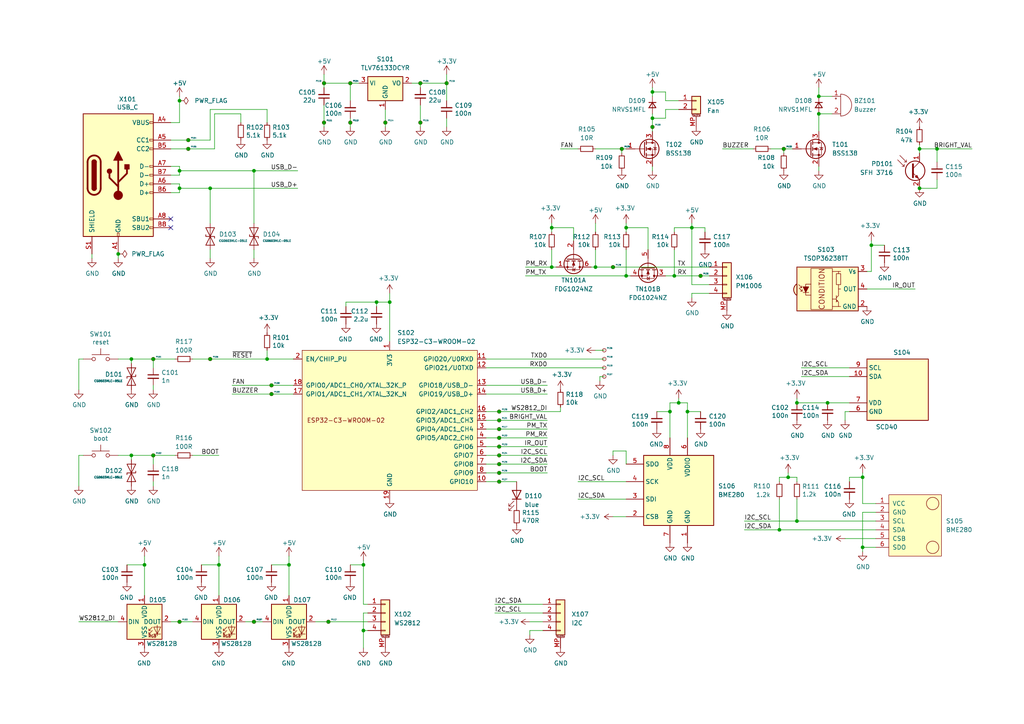
<source format=kicad_sch>
(kicad_sch (version 20230121) (generator eeschema)
  (paper "A4")
  (title_block (date "2024-01-13"))
  (junction (at 54.61 40.64))
  (junction (at 38.1 104.14))
  (junction (at 203.2 80.01))
  (junction (at 250.19 138.43))
  (junction (at 52.07 49.53))
  (junction (at 144.78 129.54))
  (junction (at 189.23 34.29))
  (junction (at 226.06 153.67))
  (junction (at 144.78 137.16))
  (junction (at 181.61 66.04))
  (junction (at 73.66 180.34))
  (junction (at 52.07 180.34))
  (junction (at 52.07 29.21))
  (junction (at 38.1 132.08))
  (junction (at 240.03 116.84))
  (junction (at 121.92 24.13))
  (junction (at 144.78 132.08))
  (junction (at 77.47 104.14))
  (junction (at 271.78 43.18))
  (junction (at 177.8 77.47))
  (junction (at 160.02 77.47))
  (junction (at 54.61 43.18))
  (junction (at 181.61 80.01))
  (junction (at 231.14 151.13))
  (junction (at 101.6 35.56))
  (junction (at 78.74 114.3))
  (junction (at 231.14 116.84))
  (junction (at 200.66 66.04))
  (junction (at 196.85 116.84))
  (junction (at 195.58 80.01))
  (junction (at 105.41 163.83))
  (junction (at 144.78 119.38))
  (junction (at 101.6 24.13))
  (junction (at 83.82 163.83))
  (junction (at 44.45 132.08))
  (junction (at 105.41 182.88))
  (junction (at 129.54 24.13))
  (junction (at 44.45 104.14))
  (junction (at 199.39 119.38))
  (junction (at 60.96 54.61))
  (junction (at 34.29 73.66))
  (junction (at 194.31 119.38))
  (junction (at 113.03 87.63))
  (junction (at 172.72 77.47))
  (junction (at 160.02 66.04))
  (junction (at 250.19 158.75))
  (junction (at 180.34 43.18))
  (junction (at 63.5 163.83))
  (junction (at 266.7 43.18))
  (junction (at 227.33 43.18))
  (junction (at 252.73 71.12))
  (junction (at 109.22 87.63))
  (junction (at 237.49 27.94))
  (junction (at 93.98 24.13))
  (junction (at 111.76 35.56))
  (junction (at 144.78 121.92))
  (junction (at 121.92 35.56))
  (junction (at 144.78 134.62))
  (junction (at 78.74 111.76))
  (junction (at 93.98 35.56))
  (junction (at 95.25 180.34))
  (junction (at 60.96 104.14))
  (junction (at 266.7 54.61))
  (junction (at 189.23 26.67))
  (junction (at 144.78 139.7))
  (junction (at 189.23 36.83))
  (junction (at 52.07 54.61))
  (junction (at 144.7726 124.46))
  (junction (at 228.6 138.43))
  (junction (at 41.91 163.83))
  (junction (at 144.78 127))
  (junction (at 73.66 49.53))
  (junction (at 237.49 33.02))
  (no_connect (at 49.53 66.04))
  (no_connect (at 49.53 63.5))
  (wire (pts (xy 22.86 180.34) (xy 34.29 180.34)))
  (wire (pts (xy 52.07 49.53) (xy 73.66 49.53)))
  (wire (pts (xy 180.34 43.18) (xy 180.34 44.45)))
  (wire (pts (xy 237.49 48.26) (xy 237.49 49.53)))
  (wire (pts (xy 140.97 132.08) (xy 144.78 132.08)))
  (wire (pts (xy 121.92 30.48) (xy 121.92 35.56)))
  (wire (pts (xy 187.96 66.04) (xy 187.96 72.39)))
  (wire (pts (xy 252.73 71.12) (xy 252.73 78.74)))
  (wire (pts (xy 52.07 50.8) (xy 52.07 49.53)))
  (wire (pts (xy 167.64 139.7) (xy 181.61 139.7)))
  (wire (pts (xy 172.72 101.6) (xy 175.26 101.6)))
  (wire (pts (xy 160.02 64.77) (xy 160.02 66.04)))
  (wire (pts (xy 140.97 111.76) (xy 158.75 111.76)))
  (wire (pts (xy 52.07 27.94) (xy 52.07 29.21)))
  (wire (pts (xy 251.46 78.74) (xy 252.73 78.74)))
  (wire (pts (xy 38.1 104.14) (xy 38.1 105.41)))
  (wire (pts (xy 49.53 35.56) (xy 52.07 35.56)))
  (wire (pts (xy 140.97 139.7) (xy 144.78 139.7)))
  (wire (pts (xy 226.06 138.43) (xy 226.06 139.7)))
  (wire (pts (xy 83.82 163.83) (xy 83.82 172.72)))
  (wire (pts (xy 22.86 104.14) (xy 22.86 113.03)))
  (wire (pts (xy 166.37 66.04) (xy 166.37 69.85)))
  (wire (pts (xy 153.67 180.34) (xy 157.48 180.34)))
  (wire (pts (xy 93.98 35.56) (xy 93.98 36.83)))
  (wire (pts (xy 101.6 34.29) (xy 101.6 35.56)))
  (wire (pts (xy 252.73 71.12) (xy 252.73 69.85)))
  (wire (pts (xy 111.76 35.56) (xy 111.76 36.83)))
  (wire (pts (xy 181.61 130.81) (xy 181.61 134.62)))
  (wire (pts (xy 44.45 104.14) (xy 44.45 106.68)))
  (wire (pts (xy 78.74 163.83) (xy 83.82 163.83)))
  (wire (pts (xy 38.1 104.14) (xy 44.45 104.14)))
  (wire (pts (xy 144.78 134.62) (xy 158.75 134.62)))
  (wire (pts (xy 140.97 106.68) (xy 175.26 106.68)))
  (wire (pts (xy 54.61 43.18) (xy 62.23 43.18)))
  (wire (pts (xy 77.47 104.14) (xy 85.09 104.14)))
  (wire (pts (xy 105.41 175.26) (xy 106.68 175.26)))
  (wire (pts (xy 181.61 64.77) (xy 181.61 66.04)))
  (wire (pts (xy 140.97 124.46) (xy 144.7726 124.46)))
  (wire (pts (xy 172.72 72.39) (xy 172.72 77.47)))
  (wire (pts (xy 171.45 77.47) (xy 172.72 77.47)))
  (wire (pts (xy 237.49 33.02) (xy 237.49 38.1)))
  (wire (pts (xy 60.96 54.61) (xy 86.36 54.61)))
  (wire (pts (xy 109.22 87.63) (xy 100.33 87.63)))
  (wire (pts (xy 100.33 87.63) (xy 100.33 88.9)))
  (wire (pts (xy 105.41 162.56) (xy 105.41 163.83)))
  (wire (pts (xy 193.04 34.29) (xy 189.23 34.29)))
  (wire (pts (xy 105.41 182.88) (xy 106.68 182.88)))
  (wire (pts (xy 177.8 149.86) (xy 181.61 149.86)))
  (wire (pts (xy 140.97 129.54) (xy 144.78 129.54)))
  (wire (pts (xy 250.19 148.59) (xy 250.19 158.75)))
  (wire (pts (xy 93.98 30.48) (xy 93.98 35.56)))
  (wire (pts (xy 172.72 77.47) (xy 177.8 77.47)))
  (wire (pts (xy 226.06 153.67) (xy 226.06 144.78)))
  (wire (pts (xy 266.7 43.18) (xy 266.7 44.45)))
  (wire (pts (xy 173.99 109.22) (xy 173.99 110.49)))
  (wire (pts (xy 223.52 43.18) (xy 227.33 43.18)))
  (wire (pts (xy 181.61 66.04) (xy 181.61 67.31)))
  (wire (pts (xy 205.74 85.09) (xy 200.66 85.09)))
  (wire (pts (xy 205.74 82.55) (xy 200.66 82.55)))
  (wire (pts (xy 195.58 80.01) (xy 203.2 80.01)))
  (wire (pts (xy 177.8 130.81) (xy 181.61 130.81)))
  (wire (pts (xy 196.85 116.84) (xy 199.39 116.84)))
  (wire (pts (xy 172.72 43.18) (xy 180.34 43.18)))
  (wire (pts (xy 231.14 151.13) (xy 231.14 144.78)))
  (wire (pts (xy 160.02 72.39) (xy 160.02 77.47)))
  (wire (pts (xy 228.6 137.16) (xy 228.6 138.43)))
  (wire (pts (xy 44.45 104.14) (xy 50.8 104.14)))
  (wire (pts (xy 153.67 182.88) (xy 157.48 182.88)))
  (wire (pts (xy 129.54 34.29) (xy 129.54 36.83)))
  (wire (pts (xy 237.49 25.4) (xy 237.49 27.94)))
  (wire (pts (xy 106.68 177.8) (xy 105.41 177.8)))
  (wire (pts (xy 237.49 33.02) (xy 241.3 33.02)))
  (wire (pts (xy 189.23 33.02) (xy 189.23 34.29)))
  (wire (pts (xy 245.11 156.21) (xy 254 156.21)))
  (wire (pts (xy 60.96 104.14) (xy 77.47 104.14)))
  (wire (pts (xy 245.11 119.38) (xy 245.11 121.92)))
  (wire (pts (xy 67.31 114.3) (xy 78.74 114.3)))
  (wire (pts (xy 195.58 72.39) (xy 195.58 80.01)))
  (wire (pts (xy 140.97 121.92) (xy 144.78 121.92)))
  (wire (pts (xy 121.92 35.56) (xy 121.92 36.83)))
  (wire (pts (xy 160.02 66.04) (xy 166.37 66.04)))
  (wire (pts (xy 232.41 109.22) (xy 246.38 109.22)))
  (wire (pts (xy 58.42 163.83) (xy 63.5 163.83)))
  (wire (pts (xy 180.34 43.18) (xy 181.61 43.18)))
  (wire (pts (xy 231.14 116.84) (xy 240.03 116.84)))
  (wire (pts (xy 78.74 114.3) (xy 85.09 114.3)))
  (wire (pts (xy 52.07 55.88) (xy 52.07 54.61)))
  (wire (pts (xy 69.85 33.02) (xy 69.85 35.56)))
  (wire (pts (xy 194.31 119.38) (xy 194.31 127)))
  (wire (pts (xy 250.19 158.75) (xy 254 158.75)))
  (wire (pts (xy 34.29 74.93) (xy 34.29 73.66)))
  (wire (pts (xy 181.61 80.01) (xy 182.88 80.01)))
  (wire (pts (xy 77.47 31.75) (xy 77.47 35.56)))
  (wire (pts (xy 144.78 119.38) (xy 162.56 119.38)))
  (wire (pts (xy 113.03 85.09) (xy 113.03 87.63)))
  (wire (pts (xy 227.33 43.18) (xy 227.33 44.45)))
  (wire (pts (xy 246.38 138.43) (xy 250.19 138.43)))
  (wire (pts (xy 77.47 101.6) (xy 77.47 104.14)))
  (wire (pts (xy 49.53 48.26) (xy 52.07 48.26)))
  (wire (pts (xy 119.38 24.13) (xy 121.92 24.13)))
  (wire (pts (xy 226.06 153.67) (xy 254 153.67)))
  (wire (pts (xy 60.96 31.75) (xy 77.47 31.75)))
  (wire (pts (xy 199.39 116.84) (xy 199.39 119.38)))
  (wire (pts (xy 175.26 109.22) (xy 173.99 109.22)))
  (wire (pts (xy 189.23 26.67) (xy 193.04 26.67)))
  (wire (pts (xy 194.31 116.84) (xy 196.85 116.84)))
  (wire (pts (xy 101.6 163.83) (xy 105.41 163.83)))
  (wire (pts (xy 113.03 87.63) (xy 113.03 99.06)))
  (wire (pts (xy 144.78 127) (xy 158.75 127)))
  (wire (pts (xy 177.8 77.47) (xy 205.74 77.47)))
  (wire (pts (xy 52.07 29.21) (xy 52.07 35.56)))
  (wire (pts (xy 228.6 138.43) (xy 226.06 138.43)))
  (wire (pts (xy 73.66 64.77) (xy 73.66 49.53)))
  (wire (pts (xy 231.14 115.57) (xy 231.14 116.84)))
  (wire (pts (xy 93.98 24.13) (xy 101.6 24.13)))
  (wire (pts (xy 140.97 119.38) (xy 144.78 119.38)))
  (wire (pts (xy 144.78 139.7) (xy 149.86 139.7)))
  (wire (pts (xy 52.07 54.61) (xy 60.96 54.61)))
  (wire (pts (xy 231.14 151.13) (xy 215.9 151.13)))
  (wire (pts (xy 101.6 35.56) (xy 101.6 36.83)))
  (wire (pts (xy 49.53 43.18) (xy 54.61 43.18)))
  (wire (pts (xy 41.91 163.83) (xy 41.91 172.72)))
  (wire (pts (xy 204.47 67.31) (xy 204.47 66.04)))
  (wire (pts (xy 36.83 163.83) (xy 41.91 163.83)))
  (wire (pts (xy 121.92 24.13) (xy 129.54 24.13)))
  (wire (pts (xy 73.66 180.34) (xy 76.2 180.34)))
  (wire (pts (xy 177.8 132.08) (xy 177.8 130.81)))
  (wire (pts (xy 34.29 132.08) (xy 38.1 132.08)))
  (wire (pts (xy 195.58 67.31) (xy 195.58 66.04)))
  (wire (pts (xy 83.82 161.29) (xy 83.82 163.83)))
  (wire (pts (xy 140.97 134.62) (xy 144.78 134.62)))
  (wire (pts (xy 209.55 43.18) (xy 218.44 43.18)))
  (wire (pts (xy 111.76 31.75) (xy 111.76 35.56)))
  (wire (pts (xy 172.72 64.77) (xy 172.72 67.31)))
  (wire (pts (xy 196.85 29.21) (xy 193.04 29.21)))
  (wire (pts (xy 152.4 77.47) (xy 160.02 77.47)))
  (wire (pts (xy 200.66 66.04) (xy 204.47 66.04)))
  (wire (pts (xy 189.23 36.83) (xy 189.23 38.1)))
  (wire (pts (xy 193.04 29.21) (xy 193.04 26.67)))
  (wire (pts (xy 200.66 64.77) (xy 200.66 66.04)))
  (wire (pts (xy 71.12 180.34) (xy 73.66 180.34)))
  (wire (pts (xy 160.02 66.04) (xy 160.02 67.31)))
  (wire (pts (xy 196.85 115.57) (xy 196.85 116.84)))
  (wire (pts (xy 140.97 137.16) (xy 144.78 137.16)))
  (wire (pts (xy 143.51 177.8) (xy 157.48 177.8)))
  (wire (pts (xy 250.19 138.43) (xy 250.19 146.05)))
  (wire (pts (xy 73.66 49.53) (xy 86.36 49.53)))
  (wire (pts (xy 63.5 161.29) (xy 63.5 163.83)))
  (wire (pts (xy 250.19 158.75) (xy 250.19 160.02)))
  (wire (pts (xy 67.31 111.76) (xy 78.74 111.76)))
  (wire (pts (xy 231.14 138.43) (xy 231.14 139.7)))
  (wire (pts (xy 190.5 119.38) (xy 194.31 119.38)))
  (wire (pts (xy 194.31 116.84) (xy 194.31 119.38)))
  (wire (pts (xy 26.67 74.93) (xy 26.67 73.66)))
  (wire (pts (xy 129.54 21.59) (xy 129.54 24.13)))
  (wire (pts (xy 54.61 40.64) (xy 60.96 40.64)))
  (wire (pts (xy 195.58 66.04) (xy 200.66 66.04)))
  (wire (pts (xy 252.73 71.12) (xy 256.54 71.12)))
  (wire (pts (xy 203.2 80.01) (xy 205.74 80.01)))
  (wire (pts (xy 78.74 111.76) (xy 85.09 111.76)))
  (wire (pts (xy 121.92 24.13) (xy 121.92 25.4)))
  (wire (pts (xy 271.78 46.99) (xy 271.78 43.18)))
  (wire (pts (xy 240.03 116.84) (xy 246.38 116.84)))
  (wire (pts (xy 193.04 80.01) (xy 195.58 80.01)))
  (wire (pts (xy 101.6 24.13) (xy 104.14 24.13)))
  (wire (pts (xy 22.86 132.08) (xy 22.86 140.97)))
  (wire (pts (xy 44.45 132.08) (xy 44.45 134.62)))
  (wire (pts (xy 143.51 175.26) (xy 157.48 175.26)))
  (wire (pts (xy 228.6 138.43) (xy 231.14 138.43)))
  (wire (pts (xy 52.07 54.61) (xy 52.07 53.34)))
  (wire (pts (xy 144.7726 124.46) (xy 158.75 124.46)))
  (wire (pts (xy 73.66 74.93) (xy 73.66 72.39)))
  (wire (pts (xy 55.88 132.08) (xy 63.5 132.08)))
  (wire (pts (xy 266.7 54.61) (xy 271.78 54.61)))
  (wire (pts (xy 93.98 24.13) (xy 93.98 21.59)))
  (wire (pts (xy 152.4 80.01) (xy 181.61 80.01)))
  (wire (pts (xy 237.49 27.94) (xy 241.3 27.94)))
  (wire (pts (xy 250.19 137.16) (xy 250.19 138.43)))
  (wire (pts (xy 129.54 24.13) (xy 129.54 29.21)))
  (wire (pts (xy 105.41 177.8) (xy 105.41 182.88)))
  (wire (pts (xy 113.03 87.63) (xy 109.22 87.63)))
  (wire (pts (xy 144.78 132.08) (xy 158.75 132.08)))
  (wire (pts (xy 38.1 132.08) (xy 44.45 132.08)))
  (wire (pts (xy 140.97 104.14) (xy 175.26 104.14)))
  (wire (pts (xy 49.53 55.88) (xy 52.07 55.88)))
  (wire (pts (xy 105.41 163.83) (xy 105.41 175.26)))
  (wire (pts (xy 24.13 104.14) (xy 22.86 104.14)))
  (wire (pts (xy 232.41 106.68) (xy 246.38 106.68)))
  (wire (pts (xy 109.22 87.63) (xy 109.22 88.9)))
  (wire (pts (xy 203.2 119.38) (xy 199.39 119.38)))
  (wire (pts (xy 63.5 163.83) (xy 63.5 172.72)))
  (wire (pts (xy 189.23 49.53) (xy 189.23 48.26)))
  (wire (pts (xy 41.91 161.29) (xy 41.91 163.83)))
  (wire (pts (xy 254 148.59) (xy 250.19 148.59)))
  (wire (pts (xy 52.07 180.34) (xy 55.88 180.34)))
  (wire (pts (xy 160.02 77.47) (xy 161.29 77.47)))
  (wire (pts (xy 162.56 118.11) (xy 162.56 119.38)))
  (wire (pts (xy 101.6 24.13) (xy 101.6 29.21)))
  (wire (pts (xy 62.23 43.18) (xy 62.23 33.02)))
  (wire (pts (xy 227.33 43.18) (xy 229.87 43.18)))
  (wire (pts (xy 189.23 25.4) (xy 189.23 26.67)))
  (wire (pts (xy 49.53 40.64) (xy 54.61 40.64)))
  (wire (pts (xy 60.96 64.77) (xy 60.96 54.61)))
  (wire (pts (xy 144.78 137.16) (xy 158.75 137.16)))
  (wire (pts (xy 231.14 151.13) (xy 254 151.13)))
  (wire (pts (xy 55.88 104.14) (xy 60.96 104.14)))
  (wire (pts (xy 140.97 114.3) (xy 158.75 114.3)))
  (wire (pts (xy 144.78 129.54) (xy 158.75 129.54)))
  (wire (pts (xy 251.46 83.82) (xy 265.43 83.82)))
  (wire (pts (xy 38.1 132.08) (xy 38.1 133.35)))
  (wire (pts (xy 226.06 153.67) (xy 215.9 153.67)))
  (wire (pts (xy 181.61 66.04) (xy 187.96 66.04)))
  (wire (pts (xy 271.78 43.18) (xy 281.94 43.18)))
  (wire (pts (xy 24.13 132.08) (xy 22.86 132.08)))
  (wire (pts (xy 196.85 31.75) (xy 193.04 31.75)))
  (wire (pts (xy 199.39 119.38) (xy 199.39 127)))
  (wire (pts (xy 105.41 182.88) (xy 105.41 187.96)))
  (wire (pts (xy 153.67 182.88) (xy 153.67 184.15)))
  (wire (pts (xy 266.7 41.91) (xy 266.7 43.18)))
  (wire (pts (xy 49.53 180.34) (xy 52.07 180.34)))
  (wire (pts (xy 44.45 139.7) (xy 44.45 140.97)))
  (wire (pts (xy 266.7 43.18) (xy 271.78 43.18)))
  (wire (pts (xy 52.07 48.26) (xy 52.07 49.53)))
  (wire (pts (xy 34.29 104.14) (xy 38.1 104.14)))
  (wire (pts (xy 189.23 26.67) (xy 189.23 27.94)))
  (wire (pts (xy 93.98 24.13) (xy 93.98 25.4)))
  (wire (pts (xy 49.53 50.8) (xy 52.07 50.8)))
  (wire (pts (xy 246.38 139.7) (xy 246.38 138.43)))
  (wire (pts (xy 181.61 72.39) (xy 181.61 80.01)))
  (wire (pts (xy 189.23 34.29) (xy 189.23 36.83)))
  (wire (pts (xy 200.66 66.04) (xy 200.66 82.55)))
  (wire (pts (xy 49.53 53.34) (xy 52.07 53.34)))
  (wire (pts (xy 44.45 132.08) (xy 50.8 132.08)))
  (wire (pts (xy 193.04 31.75) (xy 193.04 34.29)))
  (wire (pts (xy 144.78 121.92) (xy 158.75 121.92)))
  (wire (pts (xy 62.23 33.02) (xy 69.85 33.02)))
  (wire (pts (xy 95.25 180.34) (xy 106.68 180.34)))
  (wire (pts (xy 246.38 119.38) (xy 245.11 119.38)))
  (wire (pts (xy 162.56 43.18) (xy 167.64 43.18)))
  (wire (pts (xy 271.78 54.61) (xy 271.78 52.07)))
  (wire (pts (xy 91.44 180.34) (xy 95.25 180.34)))
  (wire (pts (xy 60.96 40.64) (xy 60.96 31.75)))
  (wire (pts (xy 44.45 111.76) (xy 44.45 113.03)))
  (wire (pts (xy 167.64 144.78) (xy 181.61 144.78)))
  (wire (pts (xy 200.66 85.09) (xy 200.66 86.36)))
  (wire (pts (xy 140.97 127) (xy 144.78 127)))
  (wire (pts (xy 60.96 72.39) (xy 60.96 74.93)))
  (wire (pts (xy 250.19 146.05) (xy 254 146.05)))
  (label "FAN" (at 162.56 43.18 0))
  (label "~{RESET}" (at 67.31 104.14 0))
  (label "USB_D+" (at 158.75 114.3 180))
  (label "PM_RX" (at 158.75 127 180))
  (label "IR_OUT" (at 265.43 83.82 180))
  (label "FAN" (at 67.31 111.76 0))
  (label "WS2812_DI" (at 22.86 180.34 0))
  (label "BRIGHT_VAL" (at 281.94 43.18 180))
  (label "TX" (at 196.469 77.47 0))
  (label "RXD0" (at 158.75 106.68 180))
  (label "PM_RX" (at 152.4 77.47 0))
  (label "IR_OUT" (at 158.75 129.54 180))
  (label "I2C_SCL" (at 167.64 139.7 0))
  (label "WS2812_DI" (at 158.75 119.38 180))
  (label "USB_D-" (at 86.36 49.53 180) (property "Netclass" "USB" (effects hide)))
  (label "I2C_SCL" (at 158.75 132.08 180))
  (label "RX" (at 196.469 80.01 0))
  (label "I2C_SDA" (at 167.64 144.78 0))
  (label "BUZZER" (at 67.31 114.3 0))
  (label "PM_TX" (at 152.4 80.01 0))
  (label "I2C_SDA" (at 215.9 153.67 0))
  (label "I2C_SCL" (at 215.9 151.13 0))
  (label "BOOT" (at 63.5 132.08 180))
  (label "BOOT" (at 158.75 137.16 180))
  (label "I2C_SCL" (at 143.51 177.8 0))
  (label "TXD0" (at 158.75 104.14 180))
  (label "I2C_SDA" (at 232.41 109.22 0))
  (label "I2C_SCL" (at 232.41 106.68 0))
  (label "USB_D-" (at 158.75 111.76 180))
  (label "I2C_SDA" (at 143.51 175.26 0))
  (label "I2C_SDA" (at 158.75 134.62 180))
  (label "BUZZER" (at 209.55 43.18 0))
  (label "BRIGHT_VAL" (at 158.75 121.92 180))
  (label "PM_TX" (at 158.75 124.46 180))
  (label "USB_D+" (at 86.36 54.61 180) (property "Netclass" "USB" (effects hide)))
  (symbol (lib_id "Device:C_Small") (at 204.47 69.85 0) (unit 1)
    (property "Reference" "C117" (at 206.8068 68.6816 0) (effects (justify left)))
    (property "Value" "100n" (at 206.8068 70.993 0) (effects (justify left)))
    (property "Footprint" "Capacitor_SMD:C_0603_1608Metric" (effects hide))
  )
  (symbol (lib_id "Connector_Generic_MountingPin:Conn_01x04_MountingPin") (at 210.82 80.01 0) (unit 1)
    (property "Reference" "X106" (at 213.36 80.3656 0) (effects (justify left)))
    (property "Value" "PM1006" (at 213.36 82.9056 0) (effects (justify left)))
    (property "Footprint" "Connector_JST:JST_SH_BM04B-SRSS-TB_1x04-1MP_P1.00mm_Vertical" (effects hide))
    (property "Partnumber" "649-10147605-00004LF" (effects hide))
    (property "Supplier" "Mouser" (effects hide))
  )
  (symbol (lib_id "power:+5V") (at 172.72 64.77 0) (unit 1)
    (property "Reference" "#PWR0158" (effects hide))
    (property "Value" "+5V" (at 172.72 60.96 0))
  )
  (symbol (lib_id "Device:R_Small") (at 220.98 43.18 90) (mirror x) (unit 1)
    (property "Reference" "R106" (at 220.98 37.465 90))
    (property "Value" "10R" (at 220.98 40.005 90))
    (property "Footprint" "Resistor_SMD:R_0603_1608Metric" (effects hide))
  )
  (symbol (lib_id "power:+3.3V") (at 113.03 85.09 0) (mirror y) (unit 1)
    (property "Reference" "#PWR0139" (effects hide))
    (property "Value" "+3.3V" (at 112.649 80.6958 0))
  )
  (symbol (lib_id "Connector:USB_C_Receptacle_USB2.0") (at 34.29 50.8 0) (unit 1)
    (property "Reference" "X101" (at 37.0078 28.7782 0))
    (property "Value" "USB_C" (at 37.0078 31.0896 0))
    (property "Footprint" "Connector_USB:USB_C_Receptacle_GCT_USB4115-03-C" (effects hide))
    (property "Partnumber" "640-USB4115-03-C" (effects hide))
    (property "Supplier" "Mouser" (effects hide))
  )
  (symbol (lib_id "Transistor_FET:FDG1024NZ") (at 166.37 74.93 270) (unit 1)
    (property "Reference" "TN101" (at 166.37 81.28 90))
    (property "Value" "FDG1024NZ" (at 166.37 83.82 90))
    (property "Footprint" "Package_TO_SOT_SMD:SOT-363_SC-70-6" (effects hide))
    (property "Datasheet" "https://www.onsemi.com/pub/Collateral/FDG1024NZ-D.pdf" (effects hide))
    (property "Partnumber" "512-FDG1024NZ" (effects hide))
    (property "Supplier" "Mouser" (effects hide))
  )
  (symbol (lib_id "Device:C_Small") (at 240.03 119.38 0) (mirror y) (unit 1)
    (property "Reference" "C114" (at 237.6932 118.2116 0) (effects (justify left)))
    (property "Value" "100n" (at 237.6932 120.523 0) (effects (justify left)))
    (property "Footprint" "Capacitor_SMD:C_0603_1608Metric" (effects hide))
  )
  (symbol (lib_id "Switch:SW_Push") (at 29.21 104.14 0) (unit 1)
    (property "Reference" "SW101" (at 29.21 96.901 0))
    (property "Value" "reset" (at 29.21 99.2124 0))
    (property "Footprint" "Button_Switch_SMD:SW_SPST_B3U-1000P" (effects hide))
    (property "Partnumber" "653-B3U-1000P" (effects hide))
    (property "Supplier" "Mouser" (effects hide))
  )
  (symbol (lib_id "power:+3.3V") (at 196.85 115.57 0) (mirror y) (unit 1)
    (property "Reference" "#PWR0178" (effects hide))
    (property "Value" "+3.3V" (at 196.469 111.1758 0))
  )
  (symbol (lib_id "Device:C_Small") (at 44.45 137.16 0) (unit 1)
    (property "Reference" "C118" (at 46.7868 135.9916 0) (effects (justify left)))
    (property "Value" "1n" (at 46.7868 138.303 0) (effects (justify left)))
    (property "Footprint" "Capacitor_SMD:C_0603_1608Metric" (effects hide))
  )
  (symbol (lib_id "Device:R_Small") (at 149.86 149.86 180) (unit 1)
    (property "Reference" "R115" (at 151.3586 148.6916 0) (effects (justify right)))
    (property "Value" "470R" (at 151.3586 151.003 0) (effects (justify right)))
    (property "Footprint" "Resistor_SMD:R_0603_1608Metric" (effects hide))
  )
  (symbol (lib_id "power:GND") (at 240.03 121.92 0) (unit 1)
    (property "Reference" "#PWR0147" (effects hide))
    (property "Value" "GND" (at 240.157 126.3142 0))
  )
  (symbol (lib_id "Connector:TestPoint_Small") (at 175.26 104.14 0) (unit 1)
    (property "Reference" "P118" (at 176.022 103.505 0) (effects (font (size 0.4 0.4)) (justify left)))
    (property "Value" "TestPoint_Small" (effects hide))
    (property "Footprint" "TestPoint:TestPoint_Pad_D1.0mm" (effects hide))
  )
  (symbol (lib_id "power:GND") (at 237.49 49.53 0) (unit 1)
    (property "Reference" "#PWR0110" (effects hide))
    (property "Value" "GND" (at 237.617 53.9242 0))
  )
  (symbol (lib_id "Device:C_Small") (at 100.33 91.44 0) (mirror y) (unit 1)
    (property "Reference" "C111" (at 97.9932 90.2716 0) (effects (justify left)))
    (property "Value" "100n" (at 97.9932 92.583 0) (effects (justify left)))
    (property "Footprint" "Capacitor_SMD:C_0603_1608Metric" (effects hide))
  )
  (symbol (lib_id "Connector:TestPoint_Small") (at 203.2 80.01 0) (unit 1)
    (property "Reference" "P131" (at 203.962 79.375 0) (effects (font (size 0.4 0.4)) (justify left)))
    (property "Value" "TestPoint_Small" (effects hide))
    (property "Footprint" "TestPoint:TestPoint_Pad_D1.0mm" (effects hide))
  )
  (symbol (lib_id "power:GND") (at 60.96 74.93 0) (unit 1)
    (property "Reference" "#PWR0111" (effects hide))
    (property "Value" "GND" (at 61.087 79.3242 0))
  )
  (symbol (lib_id "power:GND") (at 180.34 49.53 0) (unit 1)
    (property "Reference" "#PWR0152" (effects hide))
    (property "Value" "GND" (at 180.467 53.9242 0))
  )
  (symbol (lib_id "power:GND") (at 101.6 168.91 0) (mirror y) (unit 1)
    (property "Reference" "#PWR0133" (effects hide))
    (property "Value" "GND" (at 101.473 173.3042 0))
  )
  (symbol (lib_id "power:GND") (at 44.45 113.03 0) (unit 1)
    (property "Reference" "#PWR0108" (effects hide))
    (property "Value" "GND" (at 44.577 117.4242 0))
  )
  (symbol (lib_id "power:+3.3V") (at 266.7 36.83 0) (mirror y) (unit 1)
    (property "Reference" "#PWR0148" (effects hide))
    (property "Value" "+3.3V" (at 266.319 32.4358 0))
  )
  (symbol (lib_id "power:GND") (at 38.1 140.97 0) (unit 1)
    (property "Reference" "#PWR0106" (effects hide))
    (property "Value" "GND" (at 38.227 145.3642 0))
  )
  (symbol (lib_id "power:GND") (at 203.2 124.46 0) (unit 1)
    (property "Reference" "#PWR0177" (effects hide))
    (property "Value" "GND" (at 203.327 128.8542 0))
  )
  (symbol (lib_id "Diode:ESD9B5.0ST5G") (at 38.1 137.16 270) (mirror x) (unit 1)
    (property "Reference" "D102" (at 35.56 136.525 90) (effects (justify right)))
    (property "Value" "CG0603MLC-05LE" (at 35.56 138.43 90) (effects (font (size 0.6 0.6)) (justify right)))
    (property "Footprint" "Diode_SMD:D_0603_1608Metric" (effects hide))
    (property "Datasheet" "https://www.onsemi.com/pub/Collateral/ESD9B-D.PDF" (effects hide))
    (property "Partnumber" "652-CG0603MLC-05LE" (effects hide))
    (property "Supplier" "Mouser" (effects hide))
  )
  (symbol (lib_id "Connector_Generic_MountingPin:Conn_01x02_MountingPin") (at 201.93 29.21 0) (unit 1)
    (property "Reference" "X105" (at 205.105 29.5656 0) (effects (justify left)))
    (property "Value" "Fan" (at 205.105 32.1056 0) (effects (justify left)))
    (property "Footprint" "Connector_JST:JST_SH_BM02B-SRSS-TB_1x02-1MP_P1.00mm_Vertical" (effects hide))
    (property "Partnumber" "649-10147605-00002LF" (effects hide))
    (property "Supplier" "Mouser" (effects hide))
  )
  (symbol (lib_id "Switch:SW_Push") (at 29.21 132.08 0) (unit 1)
    (property "Reference" "SW102" (at 29.21 124.841 0))
    (property "Value" "boot" (at 29.21 127.1524 0))
    (property "Footprint" "Button_Switch_SMD:SW_SPST_B3U-1000P" (effects hide))
    (property "Partnumber" "653-B3U-1000P" (effects hide))
    (property "Supplier" "Mouser" (effects hide))
  )
  (symbol (lib_id "power:GND") (at 93.98 36.83 0) (unit 1)
    (property "Reference" "#PWR0122" (effects hide))
    (property "Value" "GND" (at 94.107 41.2242 0))
  )
  (symbol (lib_id "power:GND") (at 251.46 88.9 0) (unit 1)
    (property "Reference" "#PWR0142" (effects hide))
    (property "Value" "GND" (at 251.587 93.2942 0))
  )
  (symbol (lib_id "power:GND") (at 26.67 74.93 0) (unit 1)
    (property "Reference" "#PWR0103" (effects hide))
    (property "Value" "GND" (at 26.797 79.3242 0))
  )
  (symbol (lib_id "power:+3.3V") (at 153.67 180.34 90) (mirror x) (unit 1)
    (property "Reference" "#PWR0172" (effects hide))
    (property "Value" "+3.3V" (at 150.495 180.34 90) (effects (justify left)))
  )
  (symbol (lib_id "power:GND") (at 250.19 160.02 0) (unit 1)
    (property "Reference" "#PWR0162" (effects hide))
    (property "Value" "GND" (at 250.317 164.4142 0))
  )
  (symbol (lib_id "Diode:ESD9B5.0ST5G") (at 38.1 109.22 270) (mirror x) (unit 1)
    (property "Reference" "D101" (at 35.56 108.585 90) (effects (justify right)))
    (property "Value" "CG0603MLC-05LE" (at 35.56 110.49 90) (effects (font (size 0.6 0.6)) (justify right)))
    (property "Footprint" "Diode_SMD:D_0603_1608Metric" (effects hide))
    (property "Datasheet" "https://www.onsemi.com/pub/Collateral/ESD9B-D.PDF" (effects hide))
    (property "Partnumber" "652-CG0603MLC-05LE" (effects hide))
    (property "Supplier" "Mouser" (effects hide))
  )
  (symbol (lib_id "Connector:TestPoint_Small") (at 175.26 101.6 0) (unit 1)
    (property "Reference" "P136" (at 176.022 100.965 0) (effects (font (size 0.4 0.4)) (justify left)))
    (property "Value" "TestPoint_Small" (effects hide))
    (property "Footprint" "TestPoint:TestPoint_Pad_D1.0mm" (effects hide))
  )
  (symbol (lib_id "power:+5V") (at 237.49 25.4 0) (unit 1)
    (property "Reference" "#PWR0154" (effects hide))
    (property "Value" "+5V" (at 237.49 21.59 0))
  )
  (symbol (lib_id "Connector:TestPoint_Small") (at 111.76 35.56 0) (unit 1)
    (property "Reference" "P114" (at 112.522 34.925 0) (effects (font (size 0.4 0.4)) (justify left)))
    (property "Value" "TestPoint_Small" (effects hide))
    (property "Footprint" "TestPoint:TestPoint_Pad_D1.0mm" (effects hide))
  )
  (symbol (lib_id "Device:C_Small") (at 271.78 49.53 0) (unit 1)
    (property "Reference" "C115" (at 274.1168 48.3616 0) (effects (justify left)))
    (property "Value" "100n" (at 274.1168 50.673 0) (effects (justify left)))
    (property "Footprint" "Capacitor_SMD:C_0603_1608Metric" (effects hide))
  )
  (symbol (lib_id "usini_sensors:module_bme280") (at 254 153.67 0) (unit 1)
    (property "Reference" "S105" (at 274.32 151.13 0) (effects (justify left)))
    (property "Value" "BME280" (at 274.32 153.67 0) (effects (justify left)))
    (property "Footprint" "footprint:module_bme280" (effects hide))
  )
  (symbol (lib_id "Device:C_Small") (at 36.83 166.37 0) (mirror y) (unit 1)
    (property "Reference" "C103" (at 34.4932 165.2016 0) (effects (justify left)))
    (property "Value" "100n" (at 34.4932 167.513 0) (effects (justify left)))
    (property "Footprint" "Capacitor_SMD:C_0603_1608Metric" (effects hide))
  )
  (symbol (lib_id "Device:D_Small") (at 189.23 30.48 270) (unit 1)
    (property "Reference" "D109" (at 187.325 29.21 90) (effects (justify right)))
    (property "Value" "NRVS1MFL" (at 187.325 31.75 90) (effects (justify right)))
    (property "Footprint" "Diode_SMD:D_SOD-123F" (effects hide))
    (property "Sim.Device" "D" (effects hide))
    (property "Sim.Pins" "1=K 2=A" (effects hide))
  )
  (symbol (lib_id "power:GND") (at 83.82 187.96 0) (mirror y) (unit 1)
    (property "Reference" "#PWR0129" (effects hide))
    (property "Value" "GND" (at 83.693 192.3542 0))
  )
  (symbol (lib_id "power:GND") (at 227.33 49.53 0) (unit 1)
    (property "Reference" "#PWR0151" (effects hide))
    (property "Value" "GND" (at 227.457 53.9242 0))
  )
  (symbol (lib_id "Device:R_Small") (at 69.85 38.1 180) (unit 1)
    (property "Reference" "R102" (at 71.3486 36.9316 0) (effects (justify right)))
    (property "Value" "5.1k" (at 71.3486 39.243 0) (effects (justify right)))
    (property "Footprint" "Resistor_SMD:R_0603_1608Metric" (effects hide))
  )
  (symbol (lib_id "Connector:TestPoint_Small") (at 60.96 104.14 0) (unit 1)
    (property "Reference" "P106" (at 61.722 103.505 0) (effects (font (size 0.4 0.4)) (justify left)))
    (property "Value" "TestPoint_Small" (effects hide))
    (property "Footprint" "TestPoint:TestPoint_Pad_D1.0mm" (effects hide))
  )
  (symbol (lib_id "power:GND") (at 101.6 36.83 0) (unit 1)
    (property "Reference" "#PWR0123" (effects hide))
    (property "Value" "GND" (at 101.727 41.2242 0))
  )
  (symbol (lib_id "power:GND") (at 22.86 113.03 0) (unit 1)
    (property "Reference" "#PWR0101" (effects hide))
    (property "Value" "GND" (at 22.987 117.4242 0))
  )
  (symbol (lib_id "power:+5V") (at 52.07 27.94 0) (unit 1)
    (property "Reference" "#PWR0109" (effects hide))
    (property "Value" "+5V" (at 52.07 24.13 0))
  )
  (symbol (lib_id "power:GND") (at 256.54 76.2 0) (unit 1)
    (property "Reference" "#PWR0143" (effects hide))
    (property "Value" "GND" (at 256.667 80.5942 0))
  )
  (symbol (lib_id "Device:C_Small") (at 78.74 166.37 0) (mirror y) (unit 1)
    (property "Reference" "C107" (at 76.4032 165.2016 0) (effects (justify left)))
    (property "Value" "100n" (at 76.4032 167.513 0) (effects (justify left)))
    (property "Footprint" "Capacitor_SMD:C_0603_1608Metric" (effects hide))
  )
  (symbol (lib_id "Device:R_Small") (at 195.58 69.85 0) (mirror x) (unit 1)
    (property "Reference" "R114" (at 194.0814 68.6816 0) (effects (justify right)))
    (property "Value" "10k" (at 194.0814 70.993 0) (effects (justify right)))
    (property "Footprint" "Resistor_SMD:R_0603_1608Metric" (effects hide))
  )
  (symbol (lib_id "power:GND") (at 111.76 187.96 0) (unit 1)
    (property "Reference" "#PWR0136" (effects hide))
    (property "Value" "GND" (at 111.887 192.3542 0))
  )
  (symbol (lib_id "Connector:TestPoint_Small") (at 78.74 114.3 0) (unit 1)
    (property "Reference" "P109" (at 79.502 113.665 0) (effects (font (size 0.4 0.4)) (justify left)))
    (property "Value" "TestPoint_Small" (effects hide))
    (property "Footprint" "TestPoint:TestPoint_Pad_D1.0mm" (effects hide))
  )
  (symbol (lib_id "Device:C_Small") (at 101.6 31.75 180) (unit 1)
    (property "Reference" "C106" (at 99.2632 30.5816 0) (effects (justify left)))
    (property "Value" "100n" (at 99.2632 32.893 0) (effects (justify left)))
    (property "Footprint" "Capacitor_SMD:C_0603_1608Metric" (effects hide))
  )
  (symbol (lib_id "Diode:ESD9B5.0ST5G") (at 60.96 68.58 90) (unit 1)
    (property "Reference" "D103" (at 63.5 67.945 90) (effects (justify right)))
    (property "Value" "CG0603MLC-05LE" (at 63.5 69.85 90) (effects (font (size 0.6 0.6)) (justify right)))
    (property "Footprint" "Diode_SMD:D_0603_1608Metric" (effects hide))
    (property "Datasheet" "https://www.onsemi.com/pub/Collateral/ESD9B-D.PDF" (effects hide))
    (property "Partnumber" "652-CG0603MLC-05LE" (effects hide))
    (property "Supplier" "Mouser" (effects hide))
  )
  (symbol (lib_id "power:PWR_FLAG") (at 34.29 73.66 270) (unit 1)
    (property "Reference" "#FLG0101" (effects hide))
    (property "Value" "PWR_FLAG" (at 38.1 73.66 90) (effects (justify left)))
  )
  (symbol (lib_id "power:GND") (at 194.31 157.48 0) (unit 1)
    (property "Reference" "#PWR0134" (effects hide))
    (property "Value" "GND" (at 194.437 161.8742 0))
  )
  (symbol (lib_id "Device:R_Small") (at 77.47 38.1 180) (unit 1)
    (property "Reference" "R103" (at 78.9686 36.9316 0) (effects (justify right)))
    (property "Value" "5.1k" (at 78.9686 39.243 0) (effects (justify right)))
    (property "Footprint" "Resistor_SMD:R_0603_1608Metric" (effects hide))
  )
  (symbol (lib_id "power:+3.3V") (at 245.11 156.21 90) (mirror x) (unit 1)
    (property "Reference" "#PWR0179" (effects hide))
    (property "Value" "+3.3V" (at 241.3 156.21 90) (effects (justify left)))
  )
  (symbol (lib_id "Device:C_Small") (at 93.98 27.94 180) (unit 1)
    (property "Reference" "C105" (at 91.6432 26.7716 0) (effects (justify left)))
    (property "Value" "22u" (at 91.6432 29.083 0) (effects (justify left)))
    (property "Footprint" "Capacitor_SMD:C_0805_2012Metric" (effects hide))
  )
  (symbol (lib_id "Device:R_Small") (at 77.47 99.06 180) (unit 1)
    (property "Reference" "R101" (at 78.9686 97.8916 0) (effects (justify right)))
    (property "Value" "10k" (at 78.9686 100.203 0) (effects (justify right)))
    (property "Footprint" "Resistor_SMD:R_0603_1608Metric" (effects hide))
  )
  (symbol (lib_id "Connector_Generic_MountingPin:Conn_01x04_MountingPin") (at 111.76 177.8 0) (unit 1)
    (property "Reference" "X102" (at 114.3 178.1556 0) (effects (justify left)))
    (property "Value" "WS2812" (at 114.3 180.6956 0) (effects (justify left)))
    (property "Footprint" "Connector_JST:JST_SH_BM04B-SRSS-TB_1x04-1MP_P1.00mm_Vertical" (effects hide))
    (property "Supplier" "Mouser" (effects hide))
    (property "Partnumber" "649-10147605-00004LF" (effects hide))
  )
  (symbol (lib_id "Device:R_Small") (at 170.18 43.18 90) (mirror x) (unit 1)
    (property "Reference" "R105" (at 170.18 37.465 90))
    (property "Value" "10R" (at 170.18 40.005 90))
    (property "Footprint" "Resistor_SMD:R_0603_1608Metric" (effects hide))
  )
  (symbol (lib_id "Device:Buzzer") (at 243.84 30.48 0) (unit 1)
    (property "Reference" "BZ101" (at 247.65 29.21 0) (effects (justify left)))
    (property "Value" "Buzzer" (at 247.65 31.75 0) (effects (justify left)))
    (property "Footprint" "footprint:CMT752580SMTTR" (effects hide))
    (property "Partnumber" "CMT-7525-80-SMT-TR " (effects hide))
    (property "Supplier" "Mouser" (effects hide))
  )
  (symbol (lib_id "power:+5V") (at 105.41 162.56 0) (unit 1)
    (property "Reference" "#PWR0128" (effects hide))
    (property "Value" "+5V" (at 105.41 158.75 0))
  )
  (symbol (lib_id "power:GND") (at 201.93 36.83 0) (unit 1)
    (property "Reference" "#PWR0163" (effects hide))
    (property "Value" "GND" (at 202.057 41.2242 0))
  )
  (symbol (lib_id "Device:R_Small") (at 180.34 46.99 0) (mirror x) (unit 1)
    (property "Reference" "R109" (at 177.8 45.72 0) (effects (justify right)))
    (property "Value" "10k" (at 177.8 48.26 0) (effects (justify right)))
    (property "Footprint" "Resistor_SMD:R_0603_1608Metric" (effects hide))
  )
  (symbol (lib_id "Connector:TestPoint_Small") (at 175.26 106.68 0) (unit 1)
    (property "Reference" "P119" (at 176.022 106.045 0) (effects (font (size 0.4 0.4)) (justify left)))
    (property "Value" "TestPoint_Small" (effects hide))
    (property "Footprint" "TestPoint:TestPoint_Pad_D1.0mm" (effects hide))
  )
  (symbol (lib_id "Device:R_Small") (at 266.7 39.37 0) (mirror x) (unit 1)
    (property "Reference" "R104" (at 264.795 38.1 0) (effects (justify right)))
    (property "Value" "47k" (at 264.795 40.64 0) (effects (justify right)))
    (property "Footprint" "Resistor_SMD:R_0603_1608Metric" (effects hide))
  )
  (symbol (lib_id "power:GND") (at 121.92 36.83 0) (unit 1)
    (property "Reference" "#PWR0130" (effects hide))
    (property "Value" "GND" (at 122.047 41.2242 0))
  )
  (symbol (lib_id "power:GND") (at 100.33 93.98 0) (mirror y) (unit 1)
    (property "Reference" "#PWR0137" (effects hide))
    (property "Value" "GND" (at 100.203 98.3742 0))
  )
  (symbol (lib_id "power:GND") (at 77.47 40.64 0) (unit 1)
    (property "Reference" "#PWR0114" (effects hide))
    (property "Value" "GND" (at 77.597 45.0342 0))
  )
  (symbol (lib_id "power:GND") (at 153.67 184.15 0) (unit 1)
    (property "Reference" "#PWR0170" (effects hide))
    (property "Value" "GND" (at 153.797 188.5442 0))
  )
  (symbol (lib_id "Connector:TestPoint_Small") (at 54.61 43.18 0) (unit 1)
    (property "Reference" "P105" (at 55.372 42.545 0) (effects (font (size 0.4 0.4)) (justify left)))
    (property "Value" "TestPoint_Small" (effects hide))
    (property "Footprint" "TestPoint:TestPoint_Pad_D1.0mm" (effects hide))
  )
  (symbol (lib_id "power:+5V") (at 189.23 25.4 0) (unit 1)
    (property "Reference" "#PWR0156" (effects hide))
    (property "Value" "+5V" (at 189.23 21.59 0))
  )
  (symbol (lib_id "Connector:TestPoint_Small") (at 73.66 180.34 0) (unit 1)
    (property "Reference" "P107" (at 74.422 179.705 0) (effects (font (size 0.4 0.4)) (justify left)))
    (property "Value" "TestPoint_Small" (effects hide))
    (property "Footprint" "TestPoint:TestPoint_Pad_D1.0mm" (effects hide))
  )
  (symbol (lib_id "power:GND") (at 189.23 49.53 0) (unit 1)
    (property "Reference" "#PWR0157" (effects hide))
    (property "Value" "GND" (at 189.357 53.9242 0))
  )
  (symbol (lib_id "Connector_Generic_MountingPin:Conn_01x04_MountingPin") (at 162.56 177.8 0) (unit 1)
    (property "Reference" "X107" (at 165.735 178.1556 0) (effects (justify left)))
    (property "Value" "I2C" (at 165.735 180.6956 0) (effects (justify left)))
    (property "Footprint" "Connector_JST:JST_SH_BM04B-SRSS-TB_1x04-1MP_P1.00mm_Vertical" (effects hide))
    (property "Supplier" "Mouser" (effects hide))
    (property "Partnumber" "649-10147605-00004LF" (effects hide))
  )
  (symbol (lib_id "power:GND") (at 190.5 124.46 0) (mirror y) (unit 1)
    (property "Reference" "#PWR0175" (effects hide))
    (property "Value" "GND" (at 190.373 128.8542 0))
  )
  (symbol (lib_id "Connector:TestPoint_Small") (at 227.33 43.18 0) (unit 1)
    (property "Reference" "P132" (at 228.092 42.545 0) (effects (font (size 0.4 0.4)) (justify left)))
    (property "Value" "TestPoint_Small" (effects hide))
    (property "Footprint" "TestPoint:TestPoint_Pad_D1.0mm" (effects hide))
  )
  (symbol (lib_id "power:+5V") (at 93.98 21.59 0) (unit 1)
    (property "Reference" "#PWR0121" (effects hide))
    (property "Value" "+5V" (at 93.98 17.78 0))
  )
  (symbol (lib_id "Connector:TestPoint_Small") (at 144.78 132.08 0) (unit 1)
    (property "Reference" "P124" (at 145.542 131.445 0) (effects (font (size 0.4 0.4)) (justify left)))
    (property "Value" "TestPoint_Small" (effects hide))
    (property "Footprint" "TestPoint:TestPoint_Pad_D1.0mm" (effects hide))
  )
  (symbol (lib_id "LED:WS2812B") (at 41.91 180.34 0) (unit 1)
    (property "Reference" "D105" (at 45.72 173.99 0))
    (property "Value" "WS2812B" (at 46.99 186.69 0))
    (property "Footprint" "LED_SMD:LED_WS2812B_PLCC4_5.0x5.0mm_P3.2mm" (effects hide))
    (property "Datasheet" "https://cdn-shop.adafruit.com/datasheets/WS2812B.pdf" (effects hide))
    (property "Partnumber" "474-COM-16346" (effects hide))
    (property "Supplier" "Mouser" (effects hide))
  )
  (symbol (lib_id "power:+3.3V") (at 181.61 64.77 0) (mirror y) (unit 1)
    (property "Reference" "#PWR0159" (effects hide))
    (property "Value" "+3.3V" (at 181.229 60.3758 0))
  )
  (symbol (lib_id "Connector:TestPoint_Small") (at 144.78 129.54 0) (unit 1)
    (property "Reference" "P123" (at 145.542 128.905 0) (effects (font (size 0.4 0.4)) (justify left)))
    (property "Value" "TestPoint_Small" (effects hide))
    (property "Footprint" "TestPoint:TestPoint_Pad_D1.0mm" (effects hide))
  )
  (symbol (lib_id "Device:C_Small") (at 246.38 142.24 0) (mirror y) (unit 1)
    (property "Reference" "C116" (at 244.0432 141.0716 0) (effects (justify left)))
    (property "Value" "100n" (at 244.0432 143.383 0) (effects (justify left)))
    (property "Footprint" "Capacitor_SMD:C_0603_1608Metric" (effects hide))
  )
  (symbol (lib_id "power:GND") (at 36.83 168.91 0) (mirror y) (unit 1)
    (property "Reference" "#PWR0115" (effects hide))
    (property "Value" "GND" (at 36.703 173.3042 0))
  )
  (symbol (lib_id "power:GND") (at 38.1 113.03 0) (unit 1)
    (property "Reference" "#PWR0105" (effects hide))
    (property "Value" "GND" (at 38.227 117.4242 0))
  )
  (symbol (lib_id "Connector:TestPoint_Small") (at 101.6 24.13 0) (unit 1)
    (property "Reference" "P134" (at 102.362 23.495 0) (effects (font (size 0.4 0.4)) (justify left)))
    (property "Value" "TestPoint_Small" (effects hide))
    (property "Footprint" "TestPoint:TestPoint_Pad_D1.0mm" (effects hide))
  )
  (symbol (lib_id "power:GND") (at 162.56 187.96 0) (unit 1)
    (property "Reference" "#PWR0169" (effects hide))
    (property "Value" "GND" (at 162.687 192.3542 0))
  )
  (symbol (lib_id "LED:WS2812B") (at 63.5 180.34 0) (unit 1)
    (property "Reference" "D106" (at 67.31 173.99 0))
    (property "Value" "WS2812B" (at 68.58 186.69 0))
    (property "Footprint" "LED_SMD:LED_WS2812B_PLCC4_5.0x5.0mm_P3.2mm" (effects hide))
    (property "Datasheet" "https://cdn-shop.adafruit.com/datasheets/WS2812B.pdf" (effects hide))
    (property "Partnumber" "474-COM-16346" (effects hide))
    (property "Supplier" "Mouser" (effects hide))
  )
  (symbol (lib_id "Device:R_Small") (at 53.34 132.08 270) (unit 1)
    (property "Reference" "R116" (at 53.34 127 90))
    (property "Value" "100R" (at 53.34 129.54 90))
    (property "Footprint" "Resistor_SMD:R_0603_1608Metric" (effects hide))
  )
  (symbol (lib_id "power:GND") (at 105.41 187.96 0) (unit 1)
    (property "Reference" "#PWR0135" (effects hide))
    (property "Value" "GND" (at 105.537 192.3542 0))
  )
  (symbol (lib_id "power:PWR_FLAG") (at 52.07 29.21 270) (unit 1)
    (property "Reference" "#FLG0102" (effects hide))
    (property "Value" "PWR_FLAG" (at 56.388 29.21 90) (effects (justify left)))
  )
  (symbol (lib_id "power:+3.3V") (at 129.54 21.59 0) (unit 1)
    (property "Reference" "#PWR0131" (effects hide))
    (property "Value" "+3.3V" (at 129.54 17.78 0))
  )
  (symbol (lib_id "LED:WS2812B") (at 83.82 180.34 0) (unit 1)
    (property "Reference" "D107" (at 87.63 173.99 0))
    (property "Value" "WS2812B" (at 88.9 186.69 0))
    (property "Footprint" "LED_SMD:LED_WS2812B_PLCC4_5.0x5.0mm_P3.2mm" (effects hide))
    (property "Datasheet" "https://cdn-shop.adafruit.com/datasheets/WS2812B.pdf" (effects hide))
    (property "Partnumber" "474-COM-16346" (effects hide))
    (property "Supplier" "Mouser" (effects hide))
  )
  (symbol (lib_id "power:GND") (at 44.45 140.97 0) (unit 1)
    (property "Reference" "#PWR0164" (effects hide))
    (property "Value" "GND" (at 44.577 145.3642 0))
  )
  (symbol (lib_id "Device:C_Small") (at 109.22 91.44 0) (mirror y) (unit 1)
    (property "Reference" "C112" (at 106.8832 90.2716 0) (effects (justify left)))
    (property "Value" "2.2u" (at 106.8832 92.583 0) (effects (justify left)))
    (property "Footprint" "Capacitor_SMD:C_0603_1608Metric" (effects hide))
  )
  (symbol (lib_id "power:GND") (at 149.86 152.4 0) (unit 1)
    (property "Reference" "#PWR0126" (effects hide))
    (property "Value" "GND" (at 149.987 156.7942 0))
  )
  (symbol (lib_id "Connector:TestPoint_Small") (at 144.78 134.62 0) (unit 1)
    (property "Reference" "P125" (at 145.542 133.985 0) (effects (font (size 0.4 0.4)) (justify left)))
    (property "Value" "TestPoint_Small" (effects hide))
    (property "Footprint" "TestPoint:TestPoint_Pad_D1.0mm" (effects hide))
  )
  (symbol (lib_id "power:GND") (at 173.99 110.49 0) (unit 1)
    (property "Reference" "#PWR0145" (effects hide))
    (property "Value" "GND" (at 174.117 114.8842 0))
  )
  (symbol (lib_id "Device:Q_Photo_NPN") (at 264.16 49.53 0) (unit 1)
    (property "Reference" "PD101" (at 259.08 47.5107 0) (effects (justify right)))
    (property "Value" "SFH 3716" (at 259.08 50.0507 0) (effects (justify right)))
    (property "Footprint" "LED_SMD:LED_0805_2012Metric_Pad1.15x1.40mm_HandSolder" (effects hide))
    (property "Partnumber" "720-SFH3716" (effects hide))
    (property "Supplier" "Mouser" (effects hide))
  )
  (symbol (lib_id "Device:R_Small") (at 226.06 142.24 180) (unit 1)
    (property "Reference" "R110" (at 223.52 140.97 0) (effects (justify left)))
    (property "Value" "1.2k" (at 223.52 143.51 0) (effects (justify left)))
    (property "Footprint" "Resistor_SMD:R_0603_1608Metric" (effects hide))
  )
  (symbol (lib_id "Connector:TestPoint_Small") (at 144.78 119.38 0) (unit 1)
    (property "Reference" "P120" (at 145.542 118.745 0) (effects (font (size 0.4 0.4)) (justify left)))
    (property "Value" "TestPoint_Small" (effects hide))
    (property "Footprint" "TestPoint:TestPoint_Pad_D1.0mm" (effects hide))
  )
  (symbol (lib_id "Device:C_Small") (at 58.42 166.37 0) (mirror y) (unit 1)
    (property "Reference" "C104" (at 56.0832 165.2016 0) (effects (justify left)))
    (property "Value" "100n" (at 56.0832 167.513 0) (effects (justify left)))
    (property "Footprint" "Capacitor_SMD:C_0603_1608Metric" (effects hide))
  )
  (symbol (lib_id "power:+3.3V") (at 231.14 115.57 0) (mirror y) (unit 1)
    (property "Reference" "#PWR0146" (effects hide))
    (property "Value" "+3.3V" (at 230.759 111.1758 0))
  )
  (symbol (lib_id "power:GND") (at 266.7 54.61 0) (unit 1)
    (property "Reference" "#PWR0149" (effects hide))
    (property "Value" "GND" (at 266.827 59.0042 0))
  )
  (symbol (lib_id "power:GND") (at 210.82 90.17 0) (unit 1)
    (property "Reference" "#PWR0168" (effects hide))
    (property "Value" "GND" (at 210.947 94.5642 0))
  )
  (symbol (lib_id "power:+3.3V") (at 162.56 113.03 0) (unit 1)
    (property "Reference" "#PWR0181" (effects hide))
    (property "Value" "+3.3V" (at 162.941 108.6358 0))
  )
  (symbol (lib_id "Device:C_Small") (at 121.92 27.94 0) (mirror x) (unit 1)
    (property "Reference" "C108" (at 124.2568 26.7716 0) (effects (justify left)))
    (property "Value" "22u" (at 124.2568 29.083 0) (effects (justify left)))
    (property "Footprint" "Capacitor_SMD:C_0603_1608Metric" (effects hide))
  )
  (symbol (lib_id "Connector:TestPoint_Small") (at 52.07 180.34 0) (unit 1)
    (property "Reference" "P103" (at 52.832 179.705 0) (effects (font (size 0.4 0.4)) (justify left)))
    (property "Value" "TestPoint_Small" (effects hide))
    (property "Footprint" "TestPoint:TestPoint_Pad_D1.0mm" (effects hide))
  )
  (symbol (lib_id "power:+3.3V") (at 252.73 69.85 0) (mirror y) (unit 1)
    (property "Reference" "#PWR0141" (effects hide))
    (property "Value" "+3.3V" (at 252.349 65.4558 0))
  )
  (symbol (lib_id "Device:C_Small") (at 203.2 121.92 0) (unit 1)
    (property "Reference" "C120" (at 205.5368 120.7516 0) (effects (justify left)))
    (property "Value" "100n" (at 205.5368 123.063 0) (effects (justify left)))
    (property "Footprint" "Capacitor_SMD:C_0603_1608Metric" (effects hide))
  )
  (symbol (lib_id "Connector:TestPoint_Small") (at 93.98 35.56 0) (unit 1)
    (property "Reference" "P111" (at 94.742 34.925 0) (effects (font (size 0.4 0.4)) (justify left)))
    (property "Value" "TestPoint_Small" (effects hide))
    (property "Footprint" "TestPoint:TestPoint_Pad_D1.0mm" (effects hide))
  )
  (symbol (lib_id "Transistor_FET:BSS138") (at 234.95 43.18 0) (unit 1)
    (property "Reference" "T101" (at 241.3 41.91 0) (effects (justify left)))
    (property "Value" "BSS138" (at 241.3 44.45 0) (effects (justify left)))
    (property "Footprint" "Package_TO_SOT_SMD:SOT-23" (effects hide))
    (property "Datasheet" "https://www.onsemi.com/pub/Collateral/BSS138-D.PDF" (effects hide))
    (property "Partnumber" "771-BSS138P215" (effects hide))
    (property "Supplier" "Mouser" (effects hide))
  )
  (symbol (lib_id "power:GND") (at 231.14 121.92 0) (unit 1)
    (property "Reference" "#PWR0140" (effects hide))
    (property "Value" "GND" (at 231.267 126.3142 0))
  )
  (symbol (lib_id "Device:R_Small") (at 172.72 69.85 0) (mirror x) (unit 1)
    (property "Reference" "R112" (at 171.2214 68.6816 0) (effects (justify right)))
    (property "Value" "10k" (at 171.2214 70.993 0) (effects (justify right)))
    (property "Footprint" "Resistor_SMD:R_0603_1608Metric" (effects hide))
  )
  (symbol (lib_id "PCM_Espressif:ESP32-C3-WROOM-02") (at 113.03 121.92 0) (unit 1)
    (property "Reference" "S102" (at 115.2241 96.52 0) (effects (justify left)))
    (property "Value" "ESP32-C3-WROOM-02" (at 115.2241 99.06 0) (effects (justify left)))
    (property "Footprint" "PCM_Espressif:ESP32-C3-WROOM-02" (effects hide))
    (property "Datasheet" "https://www.espressif.com/sites/default/files/documentation/esp32-c3-wroom-02_datasheet_en.pdf" (effects hide))
    (property "Partnumber" "356-ESP32C3WROOM02N4" (effects hide))
    (property "Supplier" "Mouser" (effects hide))
  )
  (symbol (lib_id "Connector:TestPoint_Small") (at 144.78 139.7 0) (unit 1)
    (property "Reference" "P127" (at 145.542 139.065 0) (effects (font (size 0.4 0.4)) (justify left)))
    (property "Value" "TestPoint_Small" (effects hide))
    (property "Footprint" "TestPoint:TestPoint_Pad_D1.0mm" (effects hide))
  )
  (symbol (lib_id "Connector:TestPoint_Small") (at 78.74 111.76 0) (unit 1)
    (property "Reference" "P108" (at 79.502 111.125 0) (effects (font (size 0.4 0.4)) (justify left)))
    (property "Value" "TestPoint_Small" (effects hide))
    (property "Footprint" "TestPoint:TestPoint_Pad_D1.0mm" (effects hide))
  )
  (symbol (lib_id "Connector:TestPoint_Small") (at 175.26 109.22 0) (unit 1)
    (property "Reference" "P137" (at 176.022 108.585 0) (effects (font (size 0.4 0.4)) (justify left)))
    (property "Value" "TestPoint_Small" (effects hide))
    (property "Footprint" "TestPoint:TestPoint_Pad_D1.0mm" (effects hide))
  )
  (symbol (lib_id "Connector:TestPoint_Small") (at 93.98 24.13 0) (mirror y) (unit 1)
    (property "Reference" "P110" (at 93.218 23.495 0) (effects (font (size 0.4 0.4)) (justify left)))
    (property "Value" "TestPoint_Small" (effects hide))
    (property "Footprint" "TestPoint:TestPoint_Pad_D1.0mm" (effects hide))
  )
  (symbol (lib_id "power:GND") (at 69.85 40.64 0) (unit 1)
    (property "Reference" "#PWR0112" (effects hide))
    (property "Value" "GND" (at 69.977 45.0342 0))
  )
  (symbol (lib_id "Device:R_Small") (at 160.02 69.85 0) (mirror x) (unit 1)
    (property "Reference" "R107" (at 158.5214 68.6816 0) (effects (justify right)))
    (property "Value" "10k" (at 158.5214 70.993 0) (effects (justify right)))
    (property "Footprint" "Resistor_SMD:R_0603_1608Metric" (effects hide))
  )
  (symbol (lib_id "power:GND") (at 204.47 72.39 0) (unit 1)
    (property "Reference" "#PWR0167" (effects hide))
    (property "Value" "GND" (at 204.597 76.7842 0))
  )
  (symbol (lib_id "power:GND") (at 246.38 144.78 0) (mirror y) (unit 1)
    (property "Reference" "#PWR0160" (effects hide))
    (property "Value" "GND" (at 246.253 149.1742 0))
  )
  (symbol (lib_id "Connector:TestPoint_Small") (at 144.78 137.16 0) (unit 1)
    (property "Reference" "P126" (at 145.542 136.525 0) (effects (font (size 0.4 0.4)) (justify left)))
    (property "Value" "TestPoint_Small" (effects hide))
    (property "Footprint" "TestPoint:TestPoint_Pad_D1.0mm" (effects hide))
  )
  (symbol (lib_id "power:GND") (at 58.42 168.91 0) (mirror y) (unit 1)
    (property "Reference" "#PWR0118" (effects hide))
    (property "Value" "GND" (at 58.293 173.3042 0))
  )
  (symbol (lib_id "power:GND") (at 41.91 187.96 0) (mirror y) (unit 1)
    (property "Reference" "#PWR0117" (effects hide))
    (property "Value" "GND" (at 41.783 192.3542 0))
  )
  (symbol (lib_id "Device:R_Small") (at 227.33 46.99 0) (mirror x) (unit 1)
    (property "Reference" "R108" (at 224.79 45.72 0) (effects (justify right)))
    (property "Value" "10k" (at 224.79 48.26 0) (effects (justify right)))
    (property "Footprint" "Resistor_SMD:R_0603_1608Metric" (effects hide))
  )
  (symbol (lib_id "Device:C_Small") (at 190.5 121.92 0) (mirror y) (unit 1)
    (property "Reference" "C119" (at 188.1632 120.7516 0) (effects (justify left)))
    (property "Value" "100n" (at 188.1632 123.063 0) (effects (justify left)))
    (property "Footprint" "Capacitor_SMD:C_0603_1608Metric" (effects hide))
  )
  (symbol (lib_id "Device:D_Small") (at 237.49 30.48 270) (unit 1)
    (property "Reference" "D108" (at 235.585 29.21 90) (effects (justify right)))
    (property "Value" "NRVS1MFL" (at 235.585 31.75 90) (effects (justify right)))
    (property "Footprint" "Diode_SMD:D_SOD-123F" (effects hide))
    (property "Sim.Device" "D" (effects hide))
    (property "Sim.Pins" "1=K 2=A" (effects hide))
  )
  (symbol (lib_id "power:+3.3V") (at 250.19 137.16 0) (unit 1)
    (property "Reference" "#PWR0161" (effects hide))
    (property "Value" "+3.3V" (at 250.571 132.7658 0))
  )
  (symbol (lib_id "power:GND") (at 177.8 132.08 0) (unit 1)
    (property "Reference" "#PWR0180" (effects hide))
    (property "Value" "GND" (at 177.927 136.4742 0))
  )
  (symbol (lib_id "usini_sensors:SCD40-D-R2") (at 260.35 113.03 0) (unit 1)
    (property "Reference" "S104" (at 259.08 102.235 0) (effects (justify left)))
    (property "Value" "SCD40" (at 254 123.825 0) (effects (justify left)))
    (property "Footprint" "footprint:SCD40DR2" (effects hide))
    (property "Datasheet" "https://www.arrow.com/en/products/scd40-d-r2/sensirion-ag" (effects hide))
    (property "Height" "6.8" (effects hide))
    (property "Mouser Part Number" "403-SCD40-D-R2" (effects hide))
    (property "Mouser Price/Stock" "https://www.mouser.co.uk/ProductDetail/Sensirion/SCD40-D-R2?qs=HBWAp0VN4RjIKW%252BlMeZn1w%3D%3D" (effects hide))
    (property "Manufacturer_Name" "Sensirion" (effects hide))
    (property "Manufacturer_Part_Number" "SCD40-D-R2" (effects hide))
    (property "Partnumber" "SCD40-D-R2" (effects hide))
    (property "Supplier" "Mouser" (effects hide))
  )
  (symbol (lib_id "Device:C_Small") (at 101.6 166.37 0) (mirror y) (unit 1)
    (property "Reference" "C110" (at 99.2632 165.2016 0) (effects (justify left)))
    (property "Value" "100n" (at 99.2632 167.513 0) (effects (justify left)))
    (property "Footprint" "Capacitor_SMD:C_0603_1608Metric" (effects hide))
  )
  (symbol (lib_id "Connector:TestPoint_Small") (at 121.92 24.13 0) (unit 1)
    (property "Reference" "P135" (at 122.682 23.495 0) (effects (font (size 0.4 0.4)) (justify left)))
    (property "Value" "TestPoint_Small" (effects hide))
    (property "Footprint" "TestPoint:TestPoint_Pad_D1.0mm" (effects hide))
  )
  (symbol (lib_id "Connector:TestPoint_Small") (at 44.45 104.14 0) (unit 1)
    (property "Reference" "P101" (at 45.212 103.505 0) (effects (font (size 0.4 0.4)) (justify left)))
    (property "Value" "TestPoint_Small" (effects hide))
    (property "Footprint" "TestPoint:TestPoint_Pad_D1.0mm" (effects hide))
  )
  (symbol (lib_id "Device:C_Small") (at 231.14 119.38 0) (mirror y) (unit 1)
    (property "Reference" "C102" (at 228.8032 118.2116 0) (effects (justify left)))
    (property "Value" "100n" (at 228.8032 120.523 0) (effects (justify left)))
    (property "Footprint" "Capacitor_SMD:C_0603_1608Metric" (effects hide))
  )
  (symbol (lib_id "power:GND") (at 199.39 157.48 0) (unit 1)
    (property "Reference" "#PWR0174" (effects hide))
    (property "Value" "GND" (at 199.517 161.8742 0))
  )
  (symbol (lib_id "Regulator_Linear:AMS1117-3.3") (at 111.76 24.13 0) (unit 1)
    (property "Reference" "S101" (at 111.76 17.145 0))
    (property "Value" "TLV76133DCYR" (at 111.76 19.685 0))
    (property "Footprint" "Package_TO_SOT_SMD:SOT-223-3_TabPin2" (effects hide))
    (property "Datasheet" "http://www.advanced-monolithic.com/pdf/ds1117.pdf" (effects hide))
    (property "Partnumber" "595-TLV76133DCYR" (effects hide))
    (property "Supplier" "Mouser" (effects hide))
  )
  (symbol (lib_id "power:GND") (at 245.11 121.92 0) (unit 1)
    (property "Reference" "#PWR0155" (effects hide))
    (property "Value" "GND" (at 245.237 126.3142 0))
  )
  (symbol (lib_id "Connector:TestPoint_Small") (at 101.6 35.56 0) (unit 1)
    (property "Reference" "P113" (at 102.362 34.925 0) (effects (font (size 0.4 0.4)) (justify left)))
    (property "Value" "TestPoint_Small" (effects hide))
    (property "Footprint" "TestPoint:TestPoint_Pad_D1.0mm" (effects hide))
  )
  (symbol (lib_id "Connector:TestPoint_Small") (at 121.92 35.56 0) (unit 1)
    (property "Reference" "P115" (at 122.682 34.925 0) (effects (font (size 0.4 0.4)) (justify left)))
    (property "Value" "TestPoint_Small" (effects hide))
    (property "Footprint" "TestPoint:TestPoint_Pad_D1.0mm" (effects hide))
  )
  (symbol (lib_id "Transistor_FET:FDG1024NZ") (at 187.96 77.47 270) (unit 2)
    (property "Reference" "TN101" (at 187.96 83.82 90))
    (property "Value" "FDG1024NZ" (at 187.96 86.36 90))
    (property "Footprint" "Package_TO_SOT_SMD:SOT-363_SC-70-6" (effects hide))
    (property "Datasheet" "https://www.onsemi.com/pub/Collateral/FDG1024NZ-D.pdf" (effects hide))
    (property "Partnumber" "512-FDG1024NZ" (effects hide))
    (property "Supplier" "Mouser" (effects hide))
  )
  (symbol (lib_id "power:+5V") (at 83.82 161.29 0) (unit 1)
    (property "Reference" "#PWR0119" (effects hide))
    (property "Value" "+5V" (at 83.82 157.48 0))
  )
  (symbol (lib_id "Connector:TestPoint_Small") (at 54.61 40.64 0) (unit 1)
    (property "Reference" "P104" (at 55.372 40.005 0) (effects (font (size 0.4 0.4)) (justify left)))
    (property "Value" "TestPoint_Small" (effects hide))
    (property "Footprint" "TestPoint:TestPoint_Pad_D1.0mm" (effects hide))
  )
  (symbol (lib_id "Connector:TestPoint_Small") (at 180.34 43.18 0) (unit 1)
    (property "Reference" "P129" (at 181.102 42.545 0) (effects (font (size 0.4 0.4)) (justify left)))
    (property "Value" "TestPoint_Small" (effects hide))
    (property "Footprint" "TestPoint:TestPoint_Pad_D1.0mm" (effects hide))
  )
  (symbol (lib_id "power:GND") (at 113.03 144.78 0) (unit 1)
    (property "Reference" "#PWR0127" (effects hide))
    (property "Value" "GND" (at 113.157 149.1742 0))
  )
  (symbol (lib_id "Device:LED") (at 149.86 143.51 270) (mirror x) (unit 1)
    (property "Reference" "D110" (at 152.146 143.8275 90) (effects (justify left)))
    (property "Value" "blue" (at 152.146 146.3675 90) (effects (justify left)))
    (property "Footprint" "LED_SMD:LED_0805_2012Metric" (effects hide))
  )
  (symbol (lib_id "power:+5V") (at 200.66 64.77 0) (unit 1)
    (property "Reference" "#PWR0165" (effects hide))
    (property "Value" "+5V" (at 200.66 60.96 0))
  )
  (symbol (lib_id "Connector:TestPoint_Small") (at 144.78 121.92 0) (unit 1)
    (property "Reference" "P121" (at 145.542 121.285 0) (effects (font (size 0.4 0.4)) (justify left)))
    (property "Value" "TestPoint_Small" (effects hide))
    (property "Footprint" "TestPoint:TestPoint_Pad_D1.0mm" (effects hide))
  )
  (symbol (lib_id "power:+5V") (at 41.91 161.29 0) (unit 1)
    (property "Reference" "#PWR0173" (effects hide))
    (property "Value" "+5V" (at 41.91 157.48 0))
  )
  (symbol (lib_id "power:GND") (at 22.86 140.97 0) (unit 1)
    (property "Reference" "#PWR0102" (effects hide))
    (property "Value" "GND" (at 22.987 145.3642 0))
  )
  (symbol (lib_id "Sensor:BME280") (at 196.85 142.24 0) (mirror y) (unit 1)
    (property "Reference" "S106" (at 208.28 140.97 0) (effects (justify right)))
    (property "Value" "BME280" (at 208.28 143.51 0) (effects (justify right)))
    (property "Footprint" "Package_LGA:Bosch_LGA-8_2.5x2.5mm_P0.65mm_ClockwisePinNumbering" (effects hide))
    (property "Datasheet" "https://www.bosch-sensortec.com/media/boschsensortec/downloads/datasheets/bst-bme280-ds002.pdf" (effects hide))
  )
  (symbol (lib_id "power:GND") (at 111.76 36.83 0) (unit 1)
    (property "Reference" "#PWR0125" (effects hide))
    (property "Value" "GND" (at 111.887 41.2242 0))
  )
  (symbol (lib_id "Interface_Optical:TSMP58138") (at 241.3 83.82 0) (unit 1)
    (property "Reference" "S103" (at 239.565 72.39 0))
    (property "Value" "TSOP36238TT" (at 239.565 74.93 0))
    (property "Footprint" "footprint:TSOP36238TT" (effects hide))
    (property "Datasheet" "http://www.vishay.com/docs/82486/tsmp58138.pdf" (effects hide))
    (property "Partnumber" "782-TSOP36238TT" (effects hide))
    (property "Supplier" "Mouser" (effects hide))
  )
  (symbol (lib_id "power:GND") (at 78.74 168.91 0) (mirror y) (unit 1)
    (property "Reference" "#PWR0124" (effects hide))
    (property "Value" "GND" (at 78.613 173.3042 0))
  )
  (symbol (lib_id "Connector:TestPoint_Small") (at 189.23 36.83 0) (unit 1)
    (property "Reference" "P130" (at 189.992 36.195 0) (effects (font (size 0.4 0.4)) (justify left)))
    (property "Value" "TestPoint_Small" (effects hide))
    (property "Footprint" "TestPoint:TestPoint_Pad_D1.0mm" (effects hide))
  )
  (symbol (lib_id "Connector:TestPoint_Small") (at 44.45 132.08 0) (unit 1)
    (property "Reference" "P102" (at 45.212 131.445 0) (effects (font (size 0.4 0.4)) (justify left)))
    (property "Value" "TestPoint_Small" (effects hide))
    (property "Footprint" "TestPoint:TestPoint_Pad_D1.0mm" (effects hide))
  )
  (symbol (lib_id "power:GND") (at 73.66 74.93 0) (unit 1)
    (property "Reference" "#PWR0113" (effects hide))
    (property "Value" "GND" (at 73.787 79.3242 0))
  )
  (symbol (lib_id "Connector:TestPoint_Small") (at 144.7726 124.46 0) (unit 1)
    (property "Reference" "P117" (at 145.5346 123.825 0) (effects (font (size 0.4 0.4)) (justify left)))
    (property "Value" "TestPoint_Small" (effects hide))
    (property "Footprint" "TestPoint:TestPoint_Pad_D1.0mm" (effects hide))
  )
  (symbol (lib_id "power:+3.3V") (at 77.47 96.52 0) (unit 1)
    (property "Reference" "#PWR0107" (effects hide))
    (property "Value" "+3.3V" (at 77.851 92.1258 0))
  )
  (symbol (lib_id "Device:R_Small") (at 181.61 69.85 0) (mirror x) (unit 1)
    (property "Reference" "R113" (at 180.1114 68.6816 0) (effects (justify right)))
    (property "Value" "10k" (at 180.1114 70.993 0) (effects (justify right)))
    (property "Footprint" "Resistor_SMD:R_0603_1608Metric" (effects hide))
  )
  (symbol (lib_id "Connector:TestPoint_Small") (at 95.25 180.34 0) (unit 1)
    (property "Reference" "P112" (at 96.012 179.705 0) (effects (font (size 0.4 0.4)) (justify left)))
    (property "Value" "TestPoint_Small" (effects hide))
    (property "Footprint" "TestPoint:TestPoint_Pad_D1.0mm" (effects hide))
  )
  (symbol (lib_id "power:+3.3V") (at 160.02 64.77 0) (mirror y) (unit 1)
    (property "Reference" "#PWR0150" (effects hide))
    (property "Value" "+3.3V" (at 159.639 60.3758 0))
  )
  (symbol (lib_id "Device:R_Small") (at 231.14 142.24 180) (unit 1)
    (property "Reference" "R111" (at 232.6386 141.0716 0) (effects (justify right)))
    (property "Value" "1.2k" (at 232.6386 143.383 0) (effects (justify right)))
    (property "Footprint" "Resistor_SMD:R_0603_1608Metric" (effects hide))
  )
  (symbol (lib_id "power:+3.3V") (at 228.6 137.16 0) (unit 1)
    (property "Reference" "#PWR0153" (effects hide))
    (property "Value" "+3.3V" (at 228.981 132.7658 0))
  )
  (symbol (lib_id "power:GND") (at 129.54 36.83 0) (unit 1)
    (property "Reference" "#PWR0132" (effects hide))
    (property "Value" "GND" (at 129.667 41.2242 0))
  )
  (symbol (lib_id "Device:R_Small") (at 53.34 104.14 270) (unit 1)
    (property "Reference" "R117" (at 53.34 99.06 90))
    (property "Value" "100R" (at 53.34 101.6 90))
    (property "Footprint" "Resistor_SMD:R_0603_1608Metric" (effects hide))
  )
  (symbol (lib_id "Connector:TestPoint_Small") (at 144.78 127 0) (unit 1)
    (property "Reference" "P122" (at 145.542 126.365 0) (effects (font (size 0.4 0.4)) (justify left)))
    (property "Value" "TestPoint_Small" (effects hide))
    (property "Footprint" "TestPoint:TestPoint_Pad_D1.0mm" (effects hide))
  )
  (symbol (lib_id "Device:R_Small") (at 162.56 115.57 180) (unit 1)
    (property "Reference" "R118" (at 164.0586 114.4016 0) (effects (justify right)))
    (property "Value" "10k" (at 164.0586 116.713 0) (effects (justify right)))
    (property "Footprint" "Resistor_SMD:R_0603_1608Metric" (effects hide))
  )
  (symbol (lib_id "Device:C_Small") (at 256.54 73.66 0) (unit 1)
    (property "Reference" "C113" (at 258.8768 72.4916 0) (effects (justify left)))
    (property "Value" "100n" (at 258.8768 74.803 0) (effects (justify left)))
    (property "Footprint" "Capacitor_SMD:C_0603_1608Metric" (effects hide))
  )
  (symbol (lib_id "Connector:TestPoint_Small") (at 129.54 24.13 0) (unit 1)
    (property "Reference" "P116" (at 130.302 23.495 0) (effects (font (size 0.4 0.4)) (justify left)))
    (property "Value" "TestPoint_Small" (effects hide))
    (property "Footprint" "TestPoint:TestPoint_Pad_D1.0mm" (effects hide))
  )
  (symbol (lib_id "Connector:TestPoint_Small") (at 177.8 77.47 0) (unit 1)
    (property "Reference" "P128" (at 178.562 76.835 0) (effects (font (size 0.4 0.4)) (justify left)))
    (property "Value" "TestPoint_Small" (effects hide))
    (property "Footprint" "TestPoint:TestPoint_Pad_D1.0mm" (effects hide))
  )
  (symbol (lib_id "power:GND") (at 109.22 93.98 0) (mirror y) (unit 1)
    (property "Reference" "#PWR0138" (effects hide))
    (property "Value" "GND" (at 109.093 98.3742 0))
  )
  (symbol (lib_id "power:GND") (at 34.29 74.93 0) (unit 1)
    (property "Reference" "#PWR0104" (effects hide))
    (property "Value" "GND" (at 34.417 79.3242 0))
  )
  (symbol (lib_id "Transistor_FET:BSS138") (at 186.69 43.18 0) (unit 1)
    (property "Reference" "T102" (at 193.04 41.91 0) (effects (justify left)))
    (property "Value" "BSS138" (at 193.04 44.45 0) (effects (justify left)))
    (property "Footprint" "Package_TO_SOT_SMD:SOT-23" (effects hide))
    (property "Datasheet" "https://www.onsemi.com/pub/Collateral/BSS138-D.PDF" (effects hide))
    (property "Partnumber" "771-BSS138P215" (effects hide))
    (property "Supplier" "Mouser" (effects hide))
  )
  (symbol (lib_id "power:GND") (at 200.66 86.36 0) (unit 1)
    (property "Reference" "#PWR0166" (effects hide))
    (property "Value" "GND" (at 200.787 90.7542 0))
  )
  (symbol (lib_id "power:+3.3V") (at 172.72 101.6 90) (mirror x) (unit 1)
    (property "Reference" "#PWR0144" (effects hide))
    (property "Value" "+3.3V" (at 169.545 101.6 90) (effects (justify left)))
  )
  (symbol (lib_id "Diode:ESD9B5.0ST5G") (at 73.66 68.58 90) (unit 1)
    (property "Reference" "D104" (at 76.2 67.945 90) (effects (justify right)))
    (property "Value" "CG0603MLC-05LE" (at 76.2 69.85 90) (effects (font (size 0.6 0.6)) (justify right)))
    (property "Footprint" "Diode_SMD:D_0603_1608Metric" (effects hide))
    (property "Datasheet" "https://www.onsemi.com/pub/Collateral/ESD9B-D.PDF" (effects hide))
    (property "Partnumber" "652-CG0603MLC-05LE" (effects hide))
    (property "Supplier" "Mouser" (effects hide))
  )
  (symbol (lib_id "power:+3.3V") (at 177.8 149.86 90) (mirror x) (unit 1)
    (property "Reference" "#PWR0176" (effects hide))
    (property "Value" "+3.3V" (at 173.99 149.86 90) (effects (justify left)))
  )
  (symbol (lib_id "Device:C_Small") (at 129.54 31.75 0) (mirror x) (unit 1)
    (property "Reference" "C109" (at 131.8768 30.5816 0) (effects (justify left)))
    (property "Value" "100n" (at 131.8768 32.893 0) (effects (justify left)))
    (property "Footprint" "Capacitor_SMD:C_0603_1608Metric" (effects hide))
  )
  (symbol (lib_id "power:+5V") (at 63.5 161.29 0) (unit 1)
    (property "Reference" "#PWR0116" (effects hide))
    (property "Value" "+5V" (at 63.5 157.48 0))
  )
  (symbol (lib_id "Device:C_Small") (at 44.45 109.22 0) (unit 1)
    (property "Reference" "C101" (at 46.7868 108.0516 0) (effects (justify left)))
    (property "Value" "1n" (at 46.7868 110.363 0) (effects (justify left)))
    (property "Footprint" "Capacitor_SMD:C_0603_1608Metric" (effects hide))
  )
  (symbol (lib_id "power:GND") (at 63.5 187.96 0) (mirror y) (unit 1)
    (property "Reference" "#PWR0120" (effects hide))
    (property "Value" "GND" (at 63.373 192.3542 0))
  )
)
</source>
